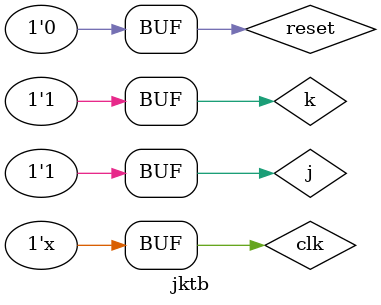
<source format=v>
`timescale 1ns / 1ps


module jktb;

	// Inputs
	reg clk;
	reg reset;
	reg j;
	reg k;

	// Outputs
	wire q;

	// Instantiate the Unit Under Test (UUT)
	jk uut (
		.clk(clk), 
		.reset(reset), 
		.j(j), 
		.k(k), 
		.q(q)
	);

	initial begin
		// Initialize Inputs
		clk = 0;
		reset = 1;

		// Wait 100 ns for global reset to finish
		#100 reset=0;j=0; k=0;
		#100 j=0;k=1;
		#100 j=1;k=0;
		#100 j=1;k=1;
        
		// Add stimulus here

	end
	always
	#30 clk=~clk;
      
endmodule


</source>
